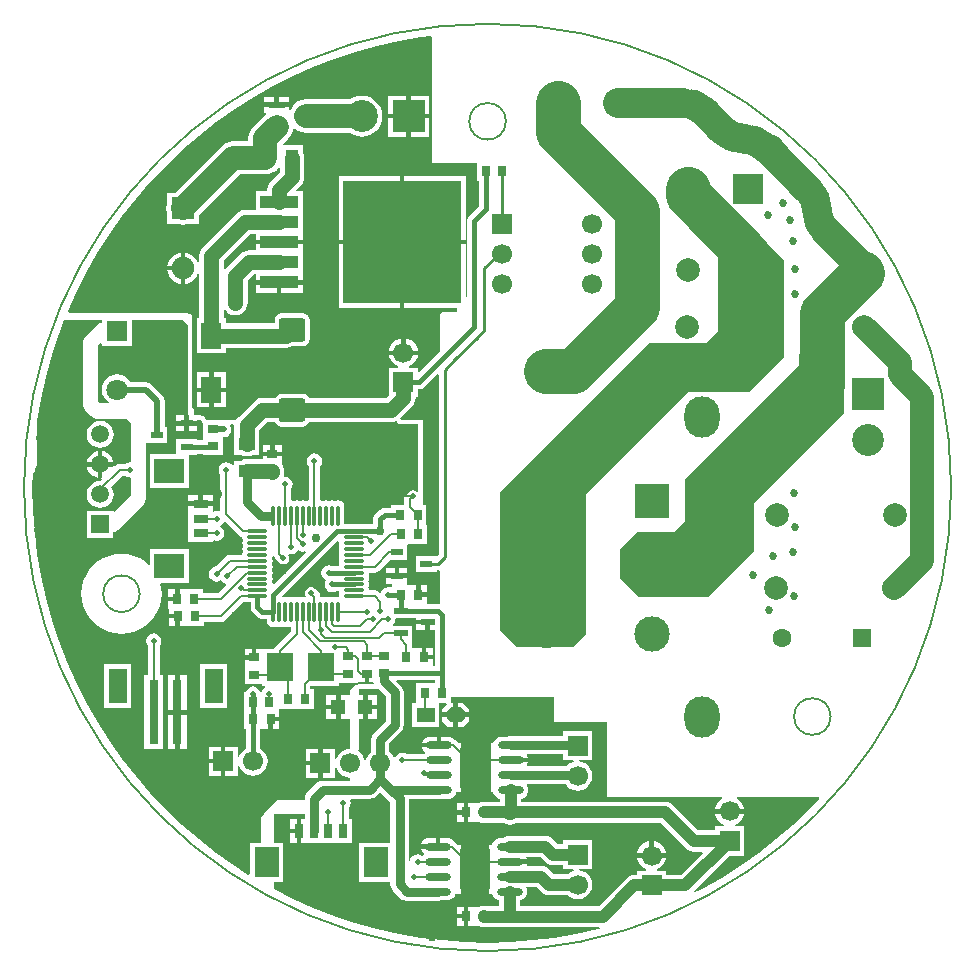
<source format=gtl>
%FSLAX25Y25*%
%MOIN*%
G70*
G01*
G75*
G04 Layer_Physical_Order=1*
G04 Layer_Color=255*
%ADD10C,0.10000*%
%ADD11C,0.10000*%
%ADD12R,0.08661X0.09449*%
%ADD13R,0.09843X0.13386*%
%ADD14O,0.08661X0.02756*%
%ADD15R,0.06890X0.08661*%
%ADD16R,0.04724X0.01969*%
%ADD17R,0.04000X0.05500*%
%ADD18R,0.05906X0.11811*%
%ADD19R,0.03150X0.21654*%
%ADD20R,0.06000X0.05000*%
G04:AMPARAMS|DCode=21|XSize=60mil|YSize=50mil|CornerRadius=0mil|HoleSize=0mil|Usage=FLASHONLY|Rotation=0.000|XOffset=0mil|YOffset=0mil|HoleType=Round|Shape=Octagon|*
%AMOCTAGOND21*
4,1,8,0.03000,-0.01250,0.03000,0.01250,0.01750,0.02500,-0.01750,0.02500,-0.03000,0.01250,-0.03000,-0.01250,-0.01750,-0.02500,0.01750,-0.02500,0.03000,-0.01250,0.0*
%
%ADD21OCTAGOND21*%

%ADD22R,0.03150X0.03543*%
%ADD23R,0.03543X0.03150*%
%ADD24R,0.05000X0.05000*%
%ADD25R,0.05512X0.02362*%
%ADD26R,0.39370X0.41142*%
%ADD27R,0.12598X0.04134*%
%ADD28R,0.05500X0.04000*%
%ADD29O,0.07087X0.01100*%
%ADD30O,0.01100X0.07087*%
%ADD31R,0.08268X0.09843*%
%ADD32R,0.03150X0.05118*%
G04:AMPARAMS|DCode=33|XSize=78.74mil|YSize=86.61mil|CornerRadius=7.87mil|HoleSize=0mil|Usage=FLASHONLY|Rotation=90.000|XOffset=0mil|YOffset=0mil|HoleType=Round|Shape=RoundedRectangle|*
%AMROUNDEDRECTD33*
21,1,0.07874,0.07087,0,0,90.0*
21,1,0.06299,0.08661,0,0,90.0*
1,1,0.01575,0.03543,0.03150*
1,1,0.01575,0.03543,-0.03150*
1,1,0.01575,-0.03543,-0.03150*
1,1,0.01575,-0.03543,0.03150*
%
%ADD33ROUNDEDRECTD33*%
%ADD34R,0.09843X0.08268*%
%ADD35R,0.05118X0.03150*%
%ADD36R,0.03937X0.02362*%
%ADD37R,0.02756X0.03347*%
%ADD38R,0.03347X0.02756*%
%ADD39C,0.00800*%
%ADD40C,0.08000*%
%ADD41C,0.15000*%
%ADD42C,0.03000*%
%ADD43C,0.01500*%
%ADD44C,0.05000*%
%ADD45C,0.02000*%
%ADD46C,0.04000*%
%ADD47C,0.01000*%
%ADD48R,0.09600X0.18400*%
%ADD49R,0.09900X0.21000*%
%ADD50C,0.00500*%
%ADD51C,0.00025*%
%ADD52C,0.05906*%
%ADD53R,0.05906X0.05906*%
%ADD54C,0.07874*%
%ADD55O,0.11811X0.13780*%
%ADD56C,0.06693*%
%ADD57R,0.06693X0.06693*%
%ADD58R,0.07480X0.07480*%
%ADD59C,0.07480*%
%ADD60R,0.06299X0.06299*%
%ADD61C,0.06299*%
%ADD62C,0.09843*%
%ADD63R,0.06693X0.06693*%
%ADD64R,0.09843X0.09843*%
%ADD65C,0.10630*%
%ADD66R,0.10630X0.10630*%
%ADD67R,0.10630X0.10630*%
%ADD68R,0.07087X0.07087*%
%ADD69C,0.07087*%
%ADD70R,0.11811X0.11811*%
%ADD71C,0.11811*%
%ADD72C,0.03000*%
%ADD73C,0.02700*%
%ADD74C,0.04000*%
%ADD75C,0.02000*%
%ADD76C,0.05000*%
G36*
X53325Y14245D02*
X54300Y14051D01*
X55211Y14232D01*
X55447Y13791D01*
X44785Y3129D01*
X44306Y3274D01*
X44179Y3910D01*
X44056Y4095D01*
X44179Y4279D01*
X44339Y5079D01*
X44179Y5879D01*
X44056Y6063D01*
X44179Y6247D01*
X44339Y7047D01*
X44179Y7847D01*
X44056Y8032D01*
X44179Y8216D01*
X44339Y9016D01*
X44179Y9816D01*
X44056Y10000D01*
X44179Y10184D01*
X44339Y10984D01*
X44179Y11784D01*
X44056Y11969D01*
X44179Y12153D01*
X44216Y12338D01*
X44707Y12435D01*
X45072Y11888D01*
X46530Y10430D01*
X47159Y10010D01*
X47900Y9863D01*
X48641Y10010D01*
X49270Y10430D01*
X49690Y11059D01*
X49837Y11800D01*
X49690Y12541D01*
X49461Y12884D01*
X49739Y13300D01*
X50379Y13172D01*
X51354Y13366D01*
X52181Y13919D01*
X52685Y14673D01*
X53325Y14245D01*
D02*
G37*
G36*
X15971Y89729D02*
Y62151D01*
X16000Y62003D01*
Y61852D01*
X16028Y61713D01*
X16085Y61574D01*
X16087Y61565D01*
X16092Y61558D01*
X16133Y61458D01*
X16200Y61297D01*
Y59500D01*
X16200Y59500D01*
X16200Y59500D01*
X16182Y59455D01*
X16350D01*
Y57524D01*
X19069D01*
Y57800D01*
X20510D01*
X20526Y57719D01*
X20527Y57719D01*
Y57719D01*
X20628Y57473D01*
X20640Y57415D01*
X20673Y57365D01*
X20755Y57168D01*
X20755Y57168D01*
X20755Y57168D01*
X20906Y57017D01*
X20971Y56919D01*
X21070Y56853D01*
X21177Y56746D01*
X21177Y56746D01*
X21177Y56746D01*
X21204Y56728D01*
X21228Y56718D01*
Y52319D01*
X21228D01*
Y51194D01*
X19069D01*
Y51581D01*
X12132D01*
Y46434D01*
X3479D01*
Y35166D01*
X16321D01*
Y46219D01*
X19069D01*
Y46606D01*
X21228D01*
Y46169D01*
X27772D01*
Y51681D01*
X27772D01*
Y52207D01*
X27956D01*
X28931Y52401D01*
X29758Y52953D01*
X30311Y53781D01*
X30505Y54756D01*
X30311Y55731D01*
X30112Y56030D01*
X30347Y56471D01*
X31248D01*
X31578Y56095D01*
X31565Y56000D01*
X31565Y56000D01*
Y53400D01*
X31350D01*
Y46400D01*
X33597D01*
X34556Y46003D01*
X35600Y45865D01*
X36644Y46003D01*
X37603Y46400D01*
X39850D01*
Y53400D01*
X39634D01*
Y54329D01*
X42485Y57180D01*
X45101D01*
X45102Y57172D01*
X45608Y56415D01*
X46364Y55910D01*
X47257Y55732D01*
X54343D01*
X55236Y55910D01*
X55992Y56415D01*
X56498Y57172D01*
X56499Y57180D01*
X83914D01*
X83914Y57180D01*
X84958Y57317D01*
X85194Y57415D01*
X85646Y57415D01*
Y57415D01*
X85646Y57415D01*
X85757Y57248D01*
X85978Y56919D01*
X85978Y56919D01*
X85978Y56919D01*
X86307Y56699D01*
X86474Y56587D01*
X86474D01*
X86474Y56587D01*
X86826Y56517D01*
X87059Y56471D01*
X92782D01*
Y34291D01*
X92341Y34056D01*
X91841Y34390D01*
X91100Y34537D01*
X90359Y34390D01*
X89730Y33970D01*
X88630Y32870D01*
X88210Y32241D01*
X88063Y31500D01*
Y29573D01*
X83822D01*
Y28694D01*
X81600D01*
X80722Y28519D01*
X79978Y28022D01*
X78478Y26522D01*
X77981Y25778D01*
X77806Y24900D01*
Y23121D01*
X68217D01*
Y29038D01*
X68058Y29838D01*
X67605Y30516D01*
X66927Y30969D01*
X66127Y31128D01*
X65327Y30969D01*
X65143Y30846D01*
X64958Y30969D01*
X64158Y31128D01*
X63358Y30969D01*
X63174Y30846D01*
X62990Y30969D01*
X62190Y31128D01*
X61390Y30969D01*
X61206Y30846D01*
X61021Y30969D01*
X60221Y31128D01*
X60190Y31154D01*
Y42599D01*
X60608Y43224D01*
X60802Y44200D01*
X60608Y45175D01*
X60055Y46002D01*
X59228Y46555D01*
X58253Y46749D01*
X57277Y46555D01*
X56450Y46002D01*
X55898Y45175D01*
X55704Y44200D01*
X55898Y43224D01*
X56315Y42599D01*
Y31154D01*
X56284Y31128D01*
X55484Y30969D01*
X55300Y30846D01*
X55116Y30969D01*
X54316Y31128D01*
X53516Y30969D01*
X53332Y30846D01*
X53147Y30969D01*
X52347Y31128D01*
X51547Y30969D01*
X51363Y30846D01*
X51179Y30969D01*
X50379Y31128D01*
X50348Y31154D01*
Y33590D01*
X50337Y33641D01*
Y34814D01*
X50755Y35440D01*
X50949Y36415D01*
X50755Y37390D01*
X50202Y38217D01*
X49376Y38770D01*
X48400Y38964D01*
X48278Y38940D01*
X47960Y39326D01*
X48097Y39656D01*
X48235Y40700D01*
X48097Y41744D01*
X47694Y42717D01*
X47373Y43135D01*
Y43578D01*
D01*
Y43578D01*
X47373Y43578D01*
Y43728D01*
X47373D01*
Y45856D01*
X41027D01*
Y44934D01*
X35600D01*
X34556Y44797D01*
X33597Y44400D01*
X31350D01*
Y42968D01*
X30871Y42823D01*
X30661Y43139D01*
X29833Y43691D01*
X28858Y43885D01*
X27883Y43691D01*
X27056Y43139D01*
X26503Y42312D01*
X26309Y41336D01*
X26503Y40361D01*
X26921Y39736D01*
Y27803D01*
X26534Y27486D01*
X25821Y27628D01*
X24846Y27434D01*
X24800Y27403D01*
X24359Y27639D01*
Y29250D01*
X16241D01*
Y26925D01*
Y22004D01*
Y17083D01*
X24359D01*
Y17470D01*
X24746Y17787D01*
X25642Y17608D01*
X26618Y17803D01*
X27445Y18355D01*
X27997Y19182D01*
X28192Y20157D01*
X27997Y21133D01*
X27445Y21960D01*
X26618Y22512D01*
X26797Y22724D01*
Y22724D01*
X27624Y23276D01*
X28071Y23946D01*
X28569Y23995D01*
X33107Y19457D01*
X33735Y19037D01*
X34189Y18947D01*
X34172Y18858D01*
X34331Y18058D01*
X34454Y17874D01*
X34331Y17690D01*
X34172Y16890D01*
X34331Y16090D01*
X34454Y15905D01*
X34331Y15721D01*
X34172Y14921D01*
X34331Y14121D01*
X34454Y13937D01*
X34331Y13753D01*
X34172Y12953D01*
X34146Y12922D01*
X29984D01*
X29243Y12774D01*
X28614Y12354D01*
X25362Y9102D01*
X24624Y8955D01*
X23798Y8402D01*
X23245Y7575D01*
X23051Y6600D01*
X23245Y5624D01*
X23798Y4798D01*
X24624Y4245D01*
X25600Y4051D01*
X26575Y4245D01*
X27029Y4549D01*
X27398Y3998D01*
X28225Y3445D01*
X28689Y3353D01*
X28835Y2874D01*
X26198Y237D01*
X21131D01*
Y1572D01*
X15619D01*
Y1572D01*
X13294D01*
Y-1701D01*
X12545D01*
Y-2450D01*
X9469D01*
Y-4972D01*
X9717D01*
Y-6750D01*
X12596D01*
Y-7499D01*
X13344D01*
Y-10673D01*
X15472D01*
Y-10673D01*
X15472D01*
X15472Y-10673D01*
X15622D01*
Y-10673D01*
X21378D01*
Y-9437D01*
X27200D01*
X27941Y-9290D01*
X28570Y-8870D01*
X34676Y-2764D01*
X35493D01*
X36262Y-2917D01*
X36961D01*
Y-4555D01*
X37136Y-5433D01*
X37633Y-6177D01*
X39123Y-7667D01*
X39867Y-8164D01*
X40745Y-8339D01*
X42383D01*
Y-9038D01*
X42542Y-9838D01*
X42995Y-10516D01*
X43673Y-10969D01*
X44473Y-11128D01*
X45273Y-10969D01*
X45458Y-10846D01*
X45642Y-10969D01*
X46442Y-11128D01*
X47242Y-10969D01*
X47426Y-10846D01*
X47610Y-10969D01*
X48410Y-11128D01*
X49210Y-10969D01*
X49395Y-10846D01*
X49579Y-10969D01*
X50379Y-11128D01*
X50410Y-11154D01*
Y-12550D01*
X45340Y-17620D01*
X44921Y-18248D01*
X44915Y-18276D01*
X40879D01*
Y-18322D01*
X38850D01*
Y-21201D01*
X38101D01*
Y-21950D01*
X34927D01*
Y-24078D01*
X34927Y-24078D01*
X34927Y-24228D01*
X34927D01*
Y-29983D01*
X40879D01*
Y-30724D01*
X41833D01*
X41978Y-31203D01*
X41453Y-31554D01*
X40901Y-32381D01*
X40812Y-32828D01*
X40168D01*
X40099Y-32480D01*
X39546Y-31653D01*
X38719Y-31101D01*
X37744Y-30907D01*
X36769Y-31101D01*
X35942Y-31653D01*
X35389Y-32480D01*
X35320Y-32828D01*
X34669D01*
Y-39372D01*
X34822D01*
Y-44973D01*
X35450D01*
Y-51528D01*
X35356Y-51567D01*
X34343Y-52343D01*
X33567Y-53356D01*
X33137Y-54394D01*
X32646Y-54296D01*
Y-50954D01*
X28550D01*
Y-55801D01*
Y-60646D01*
X32646D01*
Y-57304D01*
X33137Y-57206D01*
X33567Y-58244D01*
X34343Y-59257D01*
X35356Y-60033D01*
X36535Y-60522D01*
X37800Y-60688D01*
X39065Y-60522D01*
X40244Y-60033D01*
X41256Y-59257D01*
X42033Y-58244D01*
X42522Y-57065D01*
X42688Y-55800D01*
X42522Y-54535D01*
X42033Y-53356D01*
X41256Y-52343D01*
X40244Y-51567D01*
X40038Y-51481D01*
Y-44973D01*
X40578D01*
Y-44973D01*
X40578D01*
X40578Y-44973D01*
X40728D01*
Y-44973D01*
X42856D01*
Y-41799D01*
X43604D01*
Y-41050D01*
X46483D01*
Y-38627D01*
X46483D01*
Y-38372D01*
X46684Y-38372D01*
X46684Y-38372D01*
Y-38372D01*
X51881D01*
Y-38372D01*
X58031D01*
Y-31828D01*
X56893D01*
Y-30836D01*
X57005Y-30724D01*
X66321D01*
Y-29684D01*
X66327D01*
X66327Y-29684D01*
X66327Y-29684D01*
X72673D01*
Y-29578D01*
X75085D01*
Y-26699D01*
X76585D01*
Y-29578D01*
X77737D01*
X77996Y-29805D01*
X78048Y-30068D01*
X77802Y-30171D01*
X73000D01*
X72415Y-30287D01*
X72096Y-30500D01*
X71700D01*
X70500Y-31700D01*
X70000Y-32200D01*
Y-33700D01*
X66950D01*
Y-37701D01*
Y-41700D01*
X70000D01*
Y-51638D01*
X68935Y-51778D01*
X67756Y-52267D01*
X66743Y-53044D01*
X65967Y-54056D01*
X65537Y-55093D01*
X65046Y-54996D01*
Y-51654D01*
X60950D01*
Y-56501D01*
Y-61347D01*
X65046D01*
Y-58004D01*
X65537Y-57907D01*
X65967Y-58944D01*
X66743Y-59957D01*
X67756Y-60733D01*
X68935Y-61222D01*
X70000Y-61362D01*
Y-62274D01*
X61000D01*
X61000Y-62274D01*
X60308Y-62365D01*
X60217Y-62377D01*
X59487Y-62679D01*
X58860Y-63160D01*
X55845Y-66175D01*
X55365Y-66802D01*
X55062Y-67532D01*
X54959Y-68315D01*
Y-68900D01*
X45900D01*
X41500Y-73300D01*
X40400Y-74400D01*
Y-81600D01*
Y-83079D01*
X36630D01*
Y-93381D01*
X36192Y-93622D01*
X31640Y-90739D01*
X25550Y-86450D01*
X19678Y-81868D01*
X14039Y-77003D01*
X8644Y-71867D01*
X3509Y-66473D01*
X-1356Y-60833D01*
X-5938Y-54962D01*
X-10227Y-48872D01*
X-14212Y-42580D01*
X-17883Y-36099D01*
X-21232Y-29447D01*
X-24250Y-22637D01*
X-26930Y-15688D01*
X-29267Y-8616D01*
X-31253Y-1438D01*
X-32885Y5829D01*
X-34158Y13167D01*
X-35070Y20559D01*
X-35618Y27987D01*
X-35801Y35433D01*
X-35686Y40114D01*
X-34400Y41400D01*
Y55740D01*
X-34158Y57699D01*
X-32885Y65037D01*
X-31253Y72304D01*
X-29267Y79483D01*
X-26930Y86555D01*
X-25139Y91200D01*
X-12543D01*
Y90274D01*
X-13433Y90097D01*
X-14260Y89545D01*
X-18102Y85702D01*
X-18655Y84876D01*
X-18849Y83900D01*
Y62900D01*
X-18655Y61924D01*
X-18102Y61098D01*
X-16102Y59098D01*
X-15276Y58545D01*
X-14300Y58351D01*
X-4556D01*
X-3049Y56844D01*
Y44091D01*
X-3300Y43885D01*
X-4276Y43691D01*
X-4901Y43273D01*
X-6700D01*
X-7441Y43126D01*
X-8070Y42706D01*
X-8315Y42460D01*
X-8764Y42681D01*
X-8807Y42350D01*
X-12450D01*
Y38707D01*
X-12781Y38664D01*
X-12560Y38216D01*
X-13186Y37589D01*
X-13200Y37591D01*
X-14362Y37438D01*
X-15446Y36990D01*
X-16376Y36276D01*
X-17089Y35346D01*
X-17538Y34262D01*
X-17691Y33100D01*
X-17538Y31938D01*
X-17089Y30854D01*
X-16376Y29924D01*
X-15446Y29210D01*
X-14362Y28762D01*
X-13200Y28609D01*
X-12038Y28762D01*
X-10954Y29210D01*
X-10024Y29924D01*
X-9311Y30854D01*
X-8862Y31938D01*
X-8709Y33100D01*
X-8862Y34262D01*
X-9311Y35346D01*
X-9589Y35708D01*
X-5898Y39399D01*
X-4901D01*
X-4276Y38981D01*
X-3300Y38787D01*
X-3049Y38581D01*
Y34500D01*
Y32756D01*
X-8397Y27408D01*
X-8747Y27553D01*
Y27553D01*
X-8747Y27553D01*
X-17653D01*
Y18647D01*
X-8747D01*
Y20621D01*
X-8125Y20745D01*
X-7298Y21298D01*
X700Y29295D01*
X1302Y29698D01*
X1855Y30525D01*
X2049Y31500D01*
Y31700D01*
Y34500D01*
Y50156D01*
X2289D01*
Y50156D01*
X9226D01*
Y55518D01*
X8307D01*
Y64342D01*
X8112Y65318D01*
X7560Y66145D01*
X3845Y69860D01*
X3018Y70412D01*
X2042Y70606D01*
X-3099D01*
X-3903Y71654D01*
X-4957Y72463D01*
X-6183Y72971D01*
X-7500Y73144D01*
X-8817Y72971D01*
X-10043Y72463D01*
X-11097Y71654D01*
X-11905Y70601D01*
X-12414Y69374D01*
X-12587Y68058D01*
X-12414Y66741D01*
X-11905Y65514D01*
X-11097Y64461D01*
X-10396Y63923D01*
X-10556Y63449D01*
X-13244D01*
X-13751Y63956D01*
Y82844D01*
X-13005Y83590D01*
X-12543Y83399D01*
Y82699D01*
X-2457D01*
Y91200D01*
X14500D01*
X15971Y89729D01*
D02*
G37*
G36*
X66316Y17167D02*
X66261Y16890D01*
X66421Y16090D01*
X66544Y15905D01*
X66421Y15721D01*
X66261Y14921D01*
X66421Y14121D01*
X66544Y13937D01*
X66421Y13753D01*
X66261Y12953D01*
X66421Y12153D01*
X66544Y11969D01*
X66421Y11784D01*
X66261Y10984D01*
X66421Y10184D01*
X66544Y10000D01*
X66421Y9816D01*
X66326Y9341D01*
X64096D01*
X64075Y9355D01*
X63100Y9549D01*
X62125Y9355D01*
X61298Y8802D01*
X60745Y7975D01*
X60551Y7000D01*
X60745Y6024D01*
X61298Y5198D01*
X62125Y4645D01*
X62163Y4552D01*
X61845Y4075D01*
X61651Y3100D01*
X61845Y2125D01*
X62398Y1298D01*
X63225Y745D01*
X64200Y551D01*
X65175Y745D01*
X65282Y816D01*
X66326D01*
X66421Y342D01*
X66544Y158D01*
X66421Y-27D01*
X66261Y-827D01*
X66127Y-961D01*
X65327Y-1120D01*
X65143Y-1244D01*
X64958Y-1120D01*
X64158Y-961D01*
X63358Y-1120D01*
X63174Y-1244D01*
X62990Y-1120D01*
X62190Y-961D01*
X61390Y-1120D01*
X61206Y-1244D01*
X61021Y-1120D01*
X60221Y-961D01*
D01*
X60190Y-953D01*
X60043Y-211D01*
X59623Y417D01*
X58370Y1670D01*
X57741Y2090D01*
X57000Y2237D01*
X56259Y2090D01*
X55630Y1670D01*
X55210Y1041D01*
X55063Y300D01*
X55210Y-441D01*
X55385Y-703D01*
X55107Y-1119D01*
X54316Y-961D01*
X53516Y-1120D01*
X53332Y-1244D01*
X53147Y-1120D01*
X52347Y-961D01*
X51547Y-1120D01*
X51363Y-1244D01*
X51179Y-1120D01*
X50379Y-961D01*
X49579Y-1120D01*
X49395Y-1244D01*
X49210Y-1120D01*
X48410Y-961D01*
X47723Y-1098D01*
X47487Y-657D01*
X64960Y16816D01*
X65901Y17444D01*
X66316Y17167D01*
D02*
G37*
G36*
X97498Y185630D02*
Y153900D01*
Y143800D01*
X97703Y143600D01*
X112269D01*
Y137628D01*
X113050D01*
Y129194D01*
X109878Y126022D01*
X109380Y125278D01*
X109206Y124400D01*
Y98900D01*
X108685D01*
Y116450D01*
X88250D01*
Y95129D01*
X105829D01*
Y94000D01*
X100890D01*
X100202Y93331D01*
Y80746D01*
X93208Y73753D01*
X92747Y73944D01*
Y75325D01*
X89784D01*
X89687Y75816D01*
X90344Y76088D01*
X91356Y76865D01*
X92133Y77877D01*
X92622Y79056D01*
X92690Y79571D01*
X83110D01*
X83178Y79056D01*
X83667Y77877D01*
X84443Y76865D01*
X85456Y76088D01*
X86113Y75816D01*
X86016Y75325D01*
X83053D01*
Y66059D01*
X82243Y65249D01*
X56499D01*
X56498Y65256D01*
X55992Y66013D01*
X55236Y66518D01*
X54343Y66696D01*
X47257D01*
X46364Y66518D01*
X45608Y66013D01*
X45102Y65256D01*
X45101Y65249D01*
X40814D01*
X40814Y65249D01*
X39770Y65111D01*
X38797Y64708D01*
X37961Y64067D01*
X37961Y64067D01*
X32947Y59053D01*
X32947Y59053D01*
X32747Y58853D01*
X32106Y58017D01*
X32099Y58000D01*
X22053D01*
X22026Y58018D01*
X21991Y58198D01*
X21933Y58337D01*
X21903Y58485D01*
X21820Y58610D01*
X21762Y58750D01*
X21656Y58856D01*
X21572Y58981D01*
X21447Y59065D01*
X21340Y59172D01*
X21201Y59229D01*
X21076Y59313D01*
X20928Y59342D01*
X20789Y59400D01*
X20638D01*
X20491Y59429D01*
X19100D01*
X19100D01*
D01*
X19100Y59429D01*
X19069Y59455D01*
Y59455D01*
X18129D01*
Y60797D01*
X18100Y60945D01*
Y61096D01*
X18042Y61235D01*
X18013Y61383D01*
X17929Y61508D01*
X17872Y61647D01*
X17765Y61753D01*
X17681Y61879D01*
X17564Y61957D01*
X17528Y62011D01*
X17500Y62151D01*
Y92000D01*
X17384Y92585D01*
X17052Y93081D01*
X16556Y93413D01*
X15971Y93529D01*
X11570D01*
Y93700D01*
X-23704D01*
X-23977Y94119D01*
X-21232Y100313D01*
X-17883Y106965D01*
X-14212Y113446D01*
X-10227Y119738D01*
X-5938Y125828D01*
X-1356Y131700D01*
X3509Y137339D01*
X8644Y142734D01*
X14039Y147869D01*
X19678Y152734D01*
X25550Y157316D01*
X31640Y161605D01*
X37932Y165590D01*
X44412Y169261D01*
X51065Y172610D01*
X57874Y175628D01*
X64823Y178308D01*
X71895Y180645D01*
X79074Y182631D01*
X86341Y184263D01*
X93679Y185536D01*
X97123Y185961D01*
X97498Y185630D01*
D02*
G37*
G36*
X141154Y-55546D02*
X144496D01*
X144593Y-56037D01*
X143556Y-56467D01*
X142543Y-57244D01*
X142367Y-57474D01*
X129231D01*
X129010Y-57026D01*
X129067Y-56951D01*
X129357Y-56251D01*
X129357Y-56250D01*
X123599D01*
Y-54750D01*
X129357D01*
X129357Y-54749D01*
X129067Y-54049D01*
X129010Y-53974D01*
X129231Y-53526D01*
X141154D01*
Y-55546D01*
D02*
G37*
G36*
X99661Y73063D02*
Y13245D01*
X99046Y12630D01*
X99011Y12644D01*
Y12644D01*
X99011Y12644D01*
X92074D01*
Y7282D01*
X99011D01*
Y7924D01*
X99263D01*
X99815Y8034D01*
X100202Y7717D01*
Y-3219D01*
X99815Y-3536D01*
X99460Y-3466D01*
X95784D01*
Y-1050D01*
X92905D01*
Y-301D01*
X92155D01*
Y2873D01*
X90028D01*
D01*
D01*
X90028Y2873D01*
X89878D01*
Y2873D01*
X89169D01*
Y3345D01*
X89169D01*
Y5276D01*
X82231D01*
Y3345D01*
X84122D01*
Y2873D01*
X84122D01*
Y2424D01*
X84087Y2371D01*
X83736Y2083D01*
X82900Y2249D01*
X81924Y2055D01*
X81098Y1502D01*
X80545Y675D01*
X80502Y461D01*
X80024Y316D01*
X79797Y543D01*
X79168Y963D01*
X78427Y1110D01*
X76454D01*
X76428Y1142D01*
X76269Y1942D01*
X76146Y2126D01*
X76269Y2310D01*
X76428Y3110D01*
X76269Y3910D01*
X76146Y4095D01*
X76269Y4279D01*
X76428Y5079D01*
X76269Y5879D01*
X76146Y6063D01*
X76269Y6247D01*
X76428Y7047D01*
X76454Y7079D01*
X78316D01*
X79057Y7226D01*
X79686Y7646D01*
X79686Y7646D01*
X79686Y7646D01*
X83258Y11219D01*
X89169D01*
Y16175D01*
X89522Y16528D01*
X89581D01*
Y16528D01*
X95731D01*
Y23072D01*
X95483D01*
Y23227D01*
X95483D01*
Y29573D01*
X94311D01*
Y58000D01*
X87059D01*
X86868Y58462D01*
X90753Y62347D01*
X90753Y62347D01*
X91116Y62820D01*
X91394Y63183D01*
X91797Y64156D01*
X91935Y65200D01*
Y65632D01*
X92747D01*
Y68185D01*
X93179D01*
X94057Y68359D01*
X94801Y68857D01*
X99199Y73255D01*
X99661Y73063D01*
D02*
G37*
G36*
X98362Y-29828D02*
X98219D01*
Y-29828D01*
X92069D01*
Y-36300D01*
X90800D01*
Y-44300D01*
X99800D01*
Y-36372D01*
X102075D01*
X102266Y-36834D01*
X100800Y-38300D01*
Y-39550D01*
X104550D01*
Y-36300D01*
X103731D01*
Y-34500D01*
X137995D01*
Y-42300D01*
X138406Y-42700D01*
X155673D01*
Y-67900D01*
X193958D01*
X194119Y-68374D01*
X193143Y-69122D01*
X192367Y-70135D01*
X191878Y-71314D01*
X191811Y-71829D01*
X201390D01*
X201322Y-71314D01*
X200833Y-70135D01*
X200057Y-69122D01*
X199044Y-68345D01*
X199133Y-67900D01*
X226388D01*
X226585Y-68360D01*
X223245Y-71867D01*
X217851Y-77003D01*
X212211Y-81868D01*
X206340Y-86450D01*
X200250Y-90739D01*
X193958Y-94724D01*
X187477Y-98395D01*
X185141Y-99571D01*
X184848Y-99165D01*
X196746Y-87268D01*
X201447D01*
Y-77575D01*
X198484D01*
X198387Y-77084D01*
X199044Y-76812D01*
X200057Y-76035D01*
X200833Y-75023D01*
X201322Y-73844D01*
X201390Y-73329D01*
X191811D01*
X191878Y-73844D01*
X192367Y-75023D01*
X193143Y-76035D01*
X194156Y-76812D01*
X194813Y-77084D01*
X194716Y-77575D01*
X191753D01*
Y-78891D01*
X186083D01*
X177596Y-70404D01*
X176865Y-69843D01*
X176014Y-69490D01*
X175100Y-69370D01*
X127130D01*
Y-68327D01*
X127304Y-68304D01*
X128004Y-68014D01*
X128605Y-67553D01*
X129067Y-66951D01*
X129357Y-66251D01*
X129455Y-65500D01*
X129357Y-64749D01*
X129067Y-64049D01*
X129010Y-63974D01*
X129231Y-63526D01*
X142060D01*
X142543Y-64157D01*
X143556Y-64933D01*
X144735Y-65422D01*
X146000Y-65588D01*
X147265Y-65422D01*
X148444Y-64933D01*
X149457Y-64157D01*
X150233Y-63144D01*
X150722Y-61965D01*
X150888Y-60700D01*
X150722Y-59435D01*
X150233Y-58256D01*
X149457Y-57244D01*
X148444Y-56467D01*
X147265Y-55978D01*
X146000Y-55812D01*
X146265Y-55546D01*
X150847D01*
Y-45854D01*
X141154D01*
Y-47474D01*
X123600D01*
X122817Y-47577D01*
X122768Y-47597D01*
X120647D01*
X119896Y-47696D01*
X119196Y-47986D01*
X118595Y-48447D01*
X118133Y-49049D01*
X117843Y-49749D01*
X117836Y-49807D01*
X112650D01*
Y-58001D01*
Y-66193D01*
X117836D01*
X117843Y-66251D01*
X118133Y-66951D01*
X118595Y-67553D01*
X119196Y-68014D01*
X119896Y-68304D01*
X120070Y-68327D01*
Y-69370D01*
X114700D01*
X113786Y-69490D01*
X113215Y-69727D01*
X111822D01*
D01*
D01*
X111822Y-69727D01*
X111672D01*
Y-69727D01*
X109545D01*
Y-72901D01*
Y-76073D01*
X111672D01*
Y-76073D01*
X111672D01*
X111672Y-76073D01*
X111822D01*
Y-76073D01*
X113215D01*
X113786Y-76310D01*
X114700Y-76430D01*
X121200D01*
X121283Y-76494D01*
X122256Y-76897D01*
X123300Y-77034D01*
X124344Y-76897D01*
X125317Y-76494D01*
X125400Y-76430D01*
X173638D01*
X182125Y-84917D01*
X182856Y-85479D01*
X183708Y-85831D01*
X184621Y-85952D01*
X187424D01*
X187615Y-86413D01*
X180438Y-93591D01*
X175446D01*
Y-92275D01*
X172484D01*
X172387Y-91784D01*
X173044Y-91512D01*
X174056Y-90735D01*
X174833Y-89723D01*
X175322Y-88544D01*
X175390Y-88029D01*
X165811D01*
X165878Y-88544D01*
X166367Y-89723D01*
X167143Y-90735D01*
X168156Y-91512D01*
X168813Y-91784D01*
X168716Y-92275D01*
X165753D01*
Y-93591D01*
X164919D01*
X164005Y-93711D01*
X163154Y-94064D01*
X162423Y-94625D01*
X152978Y-104070D01*
X126830D01*
Y-102127D01*
X127004Y-102104D01*
X127704Y-101814D01*
X128305Y-101353D01*
X128767Y-100751D01*
X129057Y-100051D01*
X129156Y-99300D01*
X129057Y-98549D01*
X128767Y-97849D01*
X128776Y-97830D01*
X132338D01*
X134004Y-99496D01*
X134735Y-100057D01*
X135586Y-100410D01*
X136500Y-100530D01*
X142640D01*
X143556Y-101233D01*
X144735Y-101722D01*
X146000Y-101888D01*
X147265Y-101722D01*
X148444Y-101233D01*
X149457Y-100457D01*
X150233Y-99444D01*
X150722Y-98265D01*
X150888Y-97000D01*
X150722Y-95735D01*
X150233Y-94556D01*
X149457Y-93543D01*
X148444Y-92767D01*
X147265Y-92278D01*
X146000Y-92112D01*
X146265Y-91847D01*
X150847D01*
Y-82154D01*
X141154D01*
Y-83470D01*
X139362D01*
X137696Y-81804D01*
X136965Y-81243D01*
X136114Y-80890D01*
X135200Y-80770D01*
X123300D01*
X122386Y-80890D01*
X121535Y-81243D01*
X121334Y-81397D01*
X120347D01*
X119596Y-81496D01*
X118896Y-81786D01*
X118295Y-82247D01*
X117833Y-82849D01*
X117543Y-83549D01*
X117536Y-83607D01*
X112350D01*
Y-91801D01*
Y-99993D01*
X117536D01*
X117543Y-100051D01*
X117833Y-100751D01*
X118295Y-101353D01*
X118896Y-101814D01*
X119596Y-102104D01*
X119770Y-102127D01*
Y-104070D01*
X115360D01*
X114600Y-103970D01*
X113686Y-104090D01*
X113115Y-104327D01*
X111722D01*
D01*
D01*
X111722Y-104327D01*
X111572D01*
Y-104327D01*
X109444D01*
Y-107501D01*
Y-110673D01*
X111572D01*
Y-110673D01*
X111572D01*
X111572Y-110673D01*
X111722D01*
Y-110673D01*
X112973D01*
X113786Y-111010D01*
X114700Y-111130D01*
X153252D01*
X153320Y-111626D01*
X152816Y-111765D01*
X145549Y-113397D01*
X138211Y-114670D01*
X130819Y-115582D01*
X123391Y-116130D01*
X115945Y-116313D01*
X108499Y-116130D01*
X101071Y-115582D01*
X93679Y-114670D01*
X86341Y-113397D01*
X79074Y-111765D01*
X71895Y-109778D01*
X64823Y-107442D01*
X57874Y-104762D01*
X51065Y-101743D01*
X44667Y-98523D01*
Y-95921D01*
X47898D01*
Y-83079D01*
X44667D01*
Y-73529D01*
X54959D01*
Y-75041D01*
X54910D01*
Y-75041D01*
X53814D01*
Y-79101D01*
Y-83159D01*
X56139D01*
Y-83159D01*
X59832D01*
Y-83159D01*
X70902D01*
Y-75041D01*
X69765D01*
Y-71328D01*
X70183Y-70703D01*
X70376Y-69728D01*
X70183Y-68752D01*
X70410Y-68326D01*
X76700D01*
X77483Y-68223D01*
X78213Y-67921D01*
X78840Y-67440D01*
X80200Y-66079D01*
X81760Y-67640D01*
X83574Y-69453D01*
Y-83079D01*
X72994D01*
Y-95921D01*
X83574D01*
Y-96900D01*
X83677Y-97683D01*
X83979Y-98413D01*
X84460Y-99040D01*
X86860Y-101440D01*
X87487Y-101920D01*
X88217Y-102223D01*
X89000Y-102326D01*
X99500D01*
X100283Y-102223D01*
X100331Y-102203D01*
X102453D01*
X103204Y-102104D01*
X103904Y-101814D01*
X104505Y-101353D01*
X104967Y-100751D01*
X105257Y-100051D01*
X105264Y-99993D01*
X110850D01*
Y-91801D01*
Y-83607D01*
X106147D01*
X105470Y-82930D01*
X104841Y-82510D01*
X104683Y-82479D01*
X104505Y-82247D01*
X103904Y-81786D01*
X103204Y-81496D01*
X102453Y-81397D01*
X100250D01*
Y-84301D01*
X99501D01*
Y-85050D01*
X93743D01*
X93743Y-85051D01*
X94033Y-85751D01*
X94495Y-86353D01*
X94752Y-86550D01*
Y-87050D01*
X94495Y-87247D01*
X94406Y-87363D01*
X94201D01*
X93576Y-86945D01*
X92600Y-86751D01*
X91624Y-86945D01*
X90798Y-87498D01*
X90245Y-88324D01*
X90123Y-88936D01*
X89626Y-88887D01*
Y-68526D01*
X99800D01*
X100583Y-68423D01*
X100631Y-68403D01*
X102753D01*
X103504Y-68304D01*
X104204Y-68014D01*
X104805Y-67553D01*
X105267Y-66951D01*
X105557Y-66251D01*
X105564Y-66193D01*
X111150D01*
Y-58001D01*
Y-49807D01*
X106447D01*
X105770Y-49130D01*
X105141Y-48710D01*
X104983Y-48679D01*
X104805Y-48447D01*
X104204Y-47986D01*
X103504Y-47696D01*
X102753Y-47597D01*
X100550D01*
Y-50501D01*
X99801D01*
Y-51250D01*
X94043D01*
X94043Y-51251D01*
X94333Y-51951D01*
X94795Y-52553D01*
X95052Y-52750D01*
Y-53250D01*
X94795Y-53448D01*
X94706Y-53563D01*
X89001D01*
X88376Y-53145D01*
X87400Y-52951D01*
X86424Y-53145D01*
X85598Y-53698D01*
X85082Y-54469D01*
X84584Y-54420D01*
X84433Y-54056D01*
X83657Y-53044D01*
X83226Y-52713D01*
Y-49853D01*
X87095Y-45984D01*
X87576Y-45357D01*
X87665Y-45143D01*
X87879Y-44627D01*
X87982Y-43844D01*
Y-34100D01*
Y-32756D01*
X87982Y-32756D01*
X87879Y-31973D01*
X87576Y-31243D01*
X87464Y-31097D01*
X87095Y-30616D01*
X87095Y-30616D01*
X85591Y-29112D01*
X85782Y-28650D01*
X98362D01*
Y-29828D01*
D02*
G37*
G36*
X135404Y-89496D02*
X136135Y-90057D01*
X136986Y-90410D01*
X137900Y-90530D01*
X141154D01*
Y-91847D01*
X144496D01*
X144593Y-92337D01*
X143556Y-92767D01*
X142640Y-93470D01*
X137962D01*
X136296Y-91804D01*
X135565Y-91243D01*
X134714Y-90890D01*
X133800Y-90770D01*
X129209D01*
X128931Y-90354D01*
X129057Y-90051D01*
X129057Y-90050D01*
X123299D01*
Y-88550D01*
X129057D01*
X129057Y-88549D01*
X128767Y-87849D01*
X128776Y-87830D01*
X133738D01*
X135404Y-89496D01*
D02*
G37*
G36*
X234900Y60200D02*
X204800Y30100D01*
Y14100D01*
X189700Y-1000D01*
X166500D01*
X160200Y5300D01*
Y15000D01*
X165900Y20700D01*
X178100D01*
X181800Y24400D01*
Y38200D01*
X219900Y76300D01*
Y79900D01*
X220800Y80800D01*
X221200D01*
X222800Y82400D01*
X234900D01*
Y60200D01*
D02*
G37*
G36*
X214800Y111100D02*
Y78800D01*
X203300Y67300D01*
X182700D01*
X148700Y33300D01*
Y-13500D01*
X144300Y-17900D01*
X125700D01*
X120200Y-12400D01*
Y34000D01*
X169800Y83600D01*
X188700D01*
X192800Y87700D01*
Y112300D01*
X183100Y122000D01*
X186200Y125100D01*
X200800D01*
X214800Y111100D01*
D02*
G37*
G36*
X81930Y-34009D02*
Y-34100D01*
Y-42591D01*
X78060Y-46460D01*
X77579Y-47087D01*
X77277Y-47817D01*
X77174Y-48600D01*
Y-52713D01*
X76744Y-53044D01*
X75967Y-54056D01*
X75478Y-55235D01*
X75450Y-55450D01*
X74950D01*
X74922Y-55235D01*
X74433Y-54056D01*
X73656Y-53044D01*
X72678Y-52293D01*
X72690Y-52274D01*
X72842Y-52076D01*
X72855Y-52027D01*
X72884Y-51985D01*
X72932Y-51741D01*
X72997Y-51500D01*
X72990Y-51450D01*
X73000Y-51400D01*
Y-41700D01*
X74450D01*
Y-37701D01*
Y-33700D01*
X73000D01*
Y-31700D01*
X79621D01*
X81930Y-34009D01*
D02*
G37*
G36*
X92138Y-8750D02*
X96001D01*
Y-9499D01*
X96750D01*
Y-11984D01*
X98362D01*
Y-24062D01*
X97684D01*
Y-21850D01*
X94805D01*
Y-21101D01*
X94055D01*
Y-17927D01*
X91928D01*
D01*
D01*
X91928Y-17927D01*
X91778D01*
Y-17927D01*
X90837D01*
Y-17000D01*
X90690Y-16259D01*
X90627Y-16165D01*
X90862Y-15724D01*
X90862D01*
X90862Y-15724D01*
Y-10756D01*
X84537D01*
X84391Y-10277D01*
X84502Y-10202D01*
X85055Y-9375D01*
X85249Y-8400D01*
X85377Y-8244D01*
X90862D01*
Y-8054D01*
X92138D01*
Y-8750D01*
D02*
G37*
%LPC*%
G36*
X15612Y-27184D02*
X13287D01*
Y-38761D01*
X15612D01*
Y-27184D01*
D02*
G37*
G36*
X11787D02*
X9462D01*
Y-38761D01*
X11787D01*
Y-27184D01*
D02*
G37*
G36*
X65450Y-38450D02*
X62200D01*
Y-41700D01*
X65450D01*
Y-38450D01*
D02*
G37*
G36*
X109800Y-41050D02*
X106050D01*
Y-44300D01*
X107800D01*
X109800Y-42300D01*
Y-41050D01*
D02*
G37*
G36*
X107800Y-36300D02*
X106050D01*
Y-39550D01*
X109800D01*
Y-38300D01*
X107800Y-36300D01*
D02*
G37*
G36*
X79200Y-38450D02*
X75950D01*
Y-41700D01*
X79200D01*
Y-38450D01*
D02*
G37*
G36*
Y-33700D02*
X75950D01*
Y-36950D01*
X79200D01*
Y-33700D01*
D02*
G37*
G36*
X37350Y-18322D02*
X34927D01*
Y-20450D01*
X37350D01*
Y-18322D01*
D02*
G37*
G36*
X97684Y-17927D02*
X95556D01*
Y-20350D01*
X97684D01*
Y-17927D01*
D02*
G37*
G36*
X-2947Y-23294D02*
X-11853D01*
Y-38105D01*
X-2947D01*
Y-23294D01*
D02*
G37*
G36*
X29053D02*
X20147D01*
Y-38105D01*
X29053D01*
Y-23294D01*
D02*
G37*
G36*
X65450Y-33700D02*
X62200D01*
Y-36950D01*
X65450D01*
Y-33700D01*
D02*
G37*
G36*
X52314Y-75041D02*
X49989D01*
Y-78350D01*
X52314D01*
Y-75041D01*
D02*
G37*
G36*
Y-79850D02*
X49989D01*
Y-83159D01*
X52314D01*
Y-79850D01*
D02*
G37*
G36*
X108045Y-69727D02*
X105917D01*
Y-72150D01*
X108045D01*
Y-69727D01*
D02*
G37*
G36*
Y-73650D02*
X105917D01*
Y-76073D01*
X108045D01*
Y-73650D01*
D02*
G37*
G36*
X98750Y-81397D02*
X96547D01*
X95796Y-81496D01*
X95096Y-81786D01*
X94495Y-82247D01*
X94033Y-82849D01*
X93743Y-83549D01*
X93743Y-83550D01*
X98750D01*
Y-81397D01*
D02*
G37*
G36*
X107945Y-104327D02*
X105816D01*
Y-106750D01*
X107945D01*
Y-104327D01*
D02*
G37*
G36*
Y-108250D02*
X105816D01*
Y-110673D01*
X107945D01*
Y-108250D01*
D02*
G37*
G36*
X171350Y-82489D02*
Y-86529D01*
X175390D01*
X175322Y-86014D01*
X174833Y-84835D01*
X174056Y-83822D01*
X173044Y-83045D01*
X171865Y-82557D01*
X171350Y-82489D01*
D02*
G37*
G36*
X169850D02*
X169335Y-82557D01*
X168156Y-83045D01*
X167143Y-83822D01*
X166367Y-84835D01*
X165878Y-86014D01*
X165811Y-86529D01*
X169850D01*
Y-82489D01*
D02*
G37*
G36*
X59450Y-57250D02*
X55353D01*
Y-61347D01*
X59450D01*
Y-57250D01*
D02*
G37*
G36*
X99050Y-47597D02*
X96847D01*
X96096Y-47696D01*
X95396Y-47986D01*
X94795Y-48447D01*
X94333Y-49049D01*
X94043Y-49749D01*
X94043Y-49750D01*
X99050D01*
Y-47597D01*
D02*
G37*
G36*
X15612Y-40261D02*
X13287D01*
Y-51838D01*
X15612D01*
Y-40261D01*
D02*
G37*
G36*
X104550Y-41050D02*
X100800D01*
Y-42300D01*
X102800Y-44300D01*
X104550D01*
Y-41050D01*
D02*
G37*
G36*
X46483Y-42550D02*
X44355D01*
Y-44973D01*
X46483D01*
Y-42550D01*
D02*
G37*
G36*
X11787Y-40261D02*
X9462D01*
Y-51838D01*
X11787D01*
Y-40261D01*
D02*
G37*
G36*
X59450Y-51654D02*
X55353D01*
Y-55750D01*
X59450D01*
Y-51654D01*
D02*
G37*
G36*
X27050Y-56550D02*
X22954D01*
Y-60646D01*
X27050D01*
Y-56550D01*
D02*
G37*
G36*
X4663Y-13188D02*
X3687Y-13382D01*
X2861Y-13935D01*
X2308Y-14762D01*
X2114Y-15737D01*
X2308Y-16713D01*
X2726Y-17338D01*
Y-27184D01*
X1588D01*
Y-51838D01*
X7738D01*
Y-27184D01*
X6600D01*
Y-17338D01*
X7018Y-16713D01*
X7212Y-15737D01*
X7018Y-14762D01*
X6465Y-13935D01*
X5638Y-13382D01*
X4663Y-13188D01*
D02*
G37*
G36*
X27050Y-50954D02*
X22954D01*
Y-55050D01*
X27050D01*
Y-50954D01*
D02*
G37*
G36*
X95250Y-10250D02*
X92138D01*
Y-11984D01*
X95250D01*
Y-10250D01*
D02*
G37*
G36*
X54299Y103064D02*
X47250D01*
Y100247D01*
X54299D01*
Y103064D01*
D02*
G37*
G36*
X45750D02*
X38701D01*
Y100247D01*
X45750D01*
Y103064D01*
D02*
G37*
G36*
X13650Y113687D02*
X13032Y113605D01*
X11757Y113077D01*
X10663Y112237D01*
X9823Y111143D01*
X9295Y109868D01*
X9213Y109250D01*
X13650D01*
Y113687D01*
D02*
G37*
G36*
Y107750D02*
X9213D01*
X9295Y107132D01*
X9823Y105857D01*
X10663Y104763D01*
X11757Y103923D01*
X13032Y103395D01*
X13650Y103313D01*
Y107750D01*
D02*
G37*
G36*
X86750Y116450D02*
X66315D01*
Y95129D01*
X86750D01*
Y116450D01*
D02*
G37*
G36*
X28845Y73776D02*
X24650D01*
Y68695D01*
X28845D01*
Y73776D01*
D02*
G37*
G36*
X23150D02*
X18955D01*
Y68695D01*
X23150D01*
Y73776D01*
D02*
G37*
G36*
X88650Y85111D02*
Y81071D01*
X92690D01*
X92622Y81586D01*
X92133Y82765D01*
X91356Y83778D01*
X90344Y84555D01*
X89165Y85043D01*
X88650Y85111D01*
D02*
G37*
G36*
X87150D02*
X86635Y85043D01*
X85456Y84555D01*
X84443Y83778D01*
X83667Y82765D01*
X83178Y81586D01*
X83110Y81071D01*
X87150D01*
Y85111D01*
D02*
G37*
G36*
X44850Y165721D02*
X41344D01*
Y163790D01*
X44850D01*
Y165721D01*
D02*
G37*
G36*
X96410Y166015D02*
X90345D01*
Y159950D01*
X96410D01*
Y166015D01*
D02*
G37*
G36*
X73995Y166048D02*
X72659Y165916D01*
X71375Y165527D01*
X70191Y164894D01*
X70012Y164748D01*
X56253D01*
X55497Y164847D01*
X54062Y164658D01*
X52723Y164104D01*
X51575Y163222D01*
X50693Y162073D01*
X50346Y161236D01*
X49856Y161334D01*
Y162290D01*
X41344D01*
Y160359D01*
X42042D01*
X42203Y159886D01*
X41677Y159483D01*
X37877Y155683D01*
X36996Y154534D01*
X36442Y153196D01*
X36252Y151760D01*
Y150847D01*
X31200D01*
X31200Y150847D01*
X29764Y150658D01*
X28818Y150267D01*
X28426Y150104D01*
X27277Y149223D01*
X11795Y133740D01*
X9160D01*
Y130221D01*
X9042Y129936D01*
X8852Y128500D01*
X9042Y127064D01*
X9160Y126779D01*
Y123260D01*
X12679D01*
X12964Y123142D01*
X14400Y122952D01*
X15836Y123142D01*
X16121Y123260D01*
X19640D01*
Y125895D01*
X33498Y139752D01*
X41800D01*
X43236Y139942D01*
X44574Y140496D01*
X45296Y141050D01*
X45300D01*
Y141053D01*
X45723Y141377D01*
X46292Y142119D01*
X46766Y141959D01*
Y140571D01*
X43647Y137453D01*
X43006Y136617D01*
X42603Y135644D01*
X42465Y134600D01*
X42465Y134600D01*
Y134153D01*
X38701D01*
Y127927D01*
X35093D01*
X35093Y127927D01*
X34049Y127790D01*
X33076Y127387D01*
X32240Y126746D01*
X32240Y126746D01*
X21047Y115553D01*
X20406Y114717D01*
X20003Y113744D01*
X19865Y112700D01*
X19865Y112700D01*
Y110280D01*
X19375Y110182D01*
X18977Y111143D01*
X18137Y112237D01*
X17043Y113077D01*
X15768Y113605D01*
X15150Y113687D01*
Y108499D01*
Y103313D01*
X15768Y103395D01*
X17043Y103923D01*
X18137Y104763D01*
X18977Y105857D01*
X19375Y106818D01*
X19865Y106720D01*
Y91886D01*
X18955D01*
Y80224D01*
X28845D01*
Y82021D01*
X48869D01*
X48869Y82021D01*
X49913Y82158D01*
X50749Y82504D01*
X54343D01*
X55236Y82682D01*
X55992Y83187D01*
X56498Y83944D01*
X56675Y84836D01*
Y91136D01*
X56498Y92028D01*
X55992Y92785D01*
X55236Y93290D01*
X54343Y93468D01*
X47257D01*
X46364Y93290D01*
X45608Y92785D01*
X45102Y92028D01*
X44925Y91136D01*
Y90090D01*
X28845D01*
Y91886D01*
X27935D01*
Y94587D01*
X28362Y94765D01*
X28408Y94780D01*
X29047Y93947D01*
X29883Y93306D01*
X30856Y92903D01*
X31900Y92765D01*
X32944Y92903D01*
X33917Y93306D01*
X34753Y93947D01*
X35394Y94783D01*
X35797Y95756D01*
X35934Y96800D01*
Y104329D01*
X38078Y106473D01*
X38701D01*
Y104564D01*
X54299D01*
Y106940D01*
Y113633D01*
Y116450D01*
X38701D01*
Y114542D01*
X36407D01*
X36407Y114542D01*
X35363Y114404D01*
X34390Y114001D01*
X33554Y113360D01*
X33554Y113360D01*
X29047Y108853D01*
X28408Y108020D01*
X28362Y108035D01*
X27935Y108213D01*
Y111029D01*
X36764Y119859D01*
X38701D01*
Y117950D01*
X54299D01*
Y120326D01*
Y127019D01*
Y134153D01*
X52412D01*
X52220Y134615D01*
X53653Y136047D01*
X53653Y136047D01*
X54016Y136520D01*
X54294Y136883D01*
X54697Y137856D01*
X54835Y138900D01*
Y145300D01*
X54697Y146344D01*
X54300Y147303D01*
Y149550D01*
X48089D01*
X47897Y150012D01*
X49523Y151637D01*
X50404Y152786D01*
X50958Y154124D01*
X51073Y154992D01*
X51572Y155375D01*
X51674Y155277D01*
X51674Y155277D01*
X52823Y154396D01*
X54161Y153842D01*
X55597Y153653D01*
X70012D01*
X70191Y153506D01*
X71375Y152873D01*
X72659Y152484D01*
X73995Y152352D01*
X75331Y152484D01*
X76616Y152873D01*
X77800Y153506D01*
X78838Y154358D01*
X79689Y155395D01*
X80322Y156579D01*
X80712Y157864D01*
X80843Y159200D01*
X80712Y160536D01*
X80322Y161821D01*
X79689Y163005D01*
X78838Y164042D01*
X77800Y164894D01*
X76616Y165527D01*
X75331Y165916D01*
X73995Y166048D01*
D02*
G37*
G36*
X49856Y165721D02*
X46350D01*
Y163790D01*
X49856D01*
Y165721D01*
D02*
G37*
G36*
X88845Y166015D02*
X82780D01*
Y159950D01*
X88845D01*
Y166015D01*
D02*
G37*
G36*
X108685Y139271D02*
X88250D01*
Y117950D01*
X108685D01*
Y139271D01*
D02*
G37*
G36*
X86750D02*
X66315D01*
Y117950D01*
X86750D01*
Y139271D01*
D02*
G37*
G36*
X96410Y158450D02*
X90345D01*
Y152385D01*
X96410D01*
Y158450D01*
D02*
G37*
G36*
X88845D02*
X82780D01*
Y152385D01*
X88845D01*
Y158450D01*
D02*
G37*
G36*
X28845Y67195D02*
X24650D01*
Y62114D01*
X28845D01*
Y67195D01*
D02*
G37*
G36*
X19550Y33075D02*
X16241D01*
Y30750D01*
X19550D01*
Y33075D01*
D02*
G37*
G36*
X16321Y14991D02*
X3479D01*
Y9936D01*
X3025Y9727D01*
X1753Y10812D01*
X-35Y11908D01*
X-1972Y12711D01*
X-4012Y13200D01*
X-6102Y13365D01*
X-8193Y13200D01*
X-10232Y12711D01*
X-12170Y11908D01*
X-13958Y10812D01*
X-15553Y9450D01*
X-16915Y7856D01*
X-18011Y6067D01*
X-18813Y4130D01*
X-19303Y2091D01*
X-19467Y0D01*
X-19303Y-2091D01*
X-18813Y-4130D01*
X-18011Y-6067D01*
X-16915Y-7856D01*
X-15553Y-9450D01*
X-13958Y-10812D01*
X-12170Y-11908D01*
X-10232Y-12711D01*
X-8193Y-13200D01*
X-6102Y-13365D01*
X-4012Y-13200D01*
X-1972Y-12711D01*
X-35Y-11908D01*
X1753Y-10812D01*
X3348Y-9450D01*
X4710Y-7856D01*
X5806Y-6067D01*
X6608Y-4130D01*
X7098Y-2091D01*
X7263Y0D01*
X7098Y2091D01*
X6800Y3331D01*
X7110Y3724D01*
X16321D01*
Y14991D01*
D02*
G37*
G36*
X-13950Y42350D02*
X-17592D01*
X-17538Y41938D01*
X-17089Y40854D01*
X-16376Y39924D01*
X-15446Y39211D01*
X-14362Y38762D01*
X-13950Y38708D01*
Y42350D01*
D02*
G37*
G36*
X24359Y33075D02*
X21050D01*
Y30750D01*
X24359D01*
Y33075D01*
D02*
G37*
G36*
X89169Y8707D02*
X86450D01*
Y6776D01*
X89169D01*
Y8707D01*
D02*
G37*
G36*
X11794Y1572D02*
X9469D01*
Y-950D01*
X11794D01*
Y1572D01*
D02*
G37*
G36*
X11845Y-8250D02*
X9717D01*
Y-10673D01*
X11845D01*
Y-8250D01*
D02*
G37*
G36*
X84950Y8707D02*
X82231D01*
Y6776D01*
X84950D01*
Y8707D01*
D02*
G37*
G36*
X95784Y2873D02*
X93656D01*
Y450D01*
X95784D01*
Y2873D01*
D02*
G37*
G36*
X19069Y56024D02*
X16350D01*
Y54093D01*
X19069D01*
Y56024D01*
D02*
G37*
G36*
X14850D02*
X12132D01*
Y54093D01*
X14850D01*
Y56024D01*
D02*
G37*
G36*
X23150Y67195D02*
X18955D01*
Y62114D01*
X23150D01*
Y67195D01*
D02*
G37*
G36*
X14850Y59455D02*
X12132D01*
Y57524D01*
X14850D01*
Y59455D01*
D02*
G37*
G36*
X-13200Y57591D02*
X-14362Y57438D01*
X-15446Y56990D01*
X-16376Y56276D01*
X-17089Y55346D01*
X-17538Y54262D01*
X-17691Y53100D01*
X-17538Y51938D01*
X-17089Y50854D01*
X-16376Y49924D01*
X-15446Y49211D01*
X-14362Y48762D01*
X-13200Y48609D01*
X-12038Y48762D01*
X-10954Y49211D01*
X-10024Y49924D01*
X-9311Y50854D01*
X-8862Y51938D01*
X-8709Y53100D01*
X-8862Y54262D01*
X-9311Y55346D01*
X-10024Y56276D01*
X-10954Y56990D01*
X-12038Y57438D01*
X-13200Y57591D01*
D02*
G37*
G36*
X-12450Y47492D02*
Y43850D01*
X-8808D01*
X-8862Y44262D01*
X-9311Y45346D01*
X-10024Y46276D01*
X-10954Y46990D01*
X-12038Y47438D01*
X-12450Y47492D01*
D02*
G37*
G36*
X-13950D02*
X-14362Y47438D01*
X-15446Y46990D01*
X-16376Y46276D01*
X-17089Y45346D01*
X-17538Y44262D01*
X-17592Y43850D01*
X-13950D01*
Y47492D01*
D02*
G37*
G36*
X47373Y49483D02*
X44950D01*
Y47355D01*
X47373D01*
Y49483D01*
D02*
G37*
G36*
X43450D02*
X41027D01*
Y47355D01*
X43450D01*
Y49483D01*
D02*
G37*
%LPD*%
D10*
X209876Y148124D02*
D03*
D03*
D03*
D03*
X209947Y147953D02*
D03*
Y147953D02*
D03*
Y147953D02*
D03*
Y147953D02*
D03*
Y147953D02*
D03*
Y147953D02*
D03*
Y147953D02*
D03*
Y147953D02*
D03*
Y147953D02*
D03*
Y147953D02*
D03*
Y147953D02*
D03*
Y147953D02*
D03*
Y147953D02*
D03*
Y147953D02*
D03*
Y147953D02*
D03*
Y147953D02*
D03*
Y147953D02*
D03*
Y147953D02*
D03*
Y147953D02*
D03*
Y147953D02*
D03*
Y147953D02*
D03*
Y147953D02*
D03*
Y147953D02*
D03*
Y147953D02*
D03*
Y147953D02*
D03*
Y147953D02*
D03*
Y147953D02*
D03*
Y147953D02*
D03*
D11*
X209876Y148124D02*
G03*
X209947Y147953I241J0D01*
G01*
X194171Y154629D02*
G03*
X201242Y151700I7071J7071D01*
G01*
X188029Y160771D02*
G03*
X180958Y163700I-7071J-7071D01*
G01*
X208169Y148831D02*
G03*
X201242Y151700I-6927J-6927D01*
G01*
X209876Y148124D02*
G03*
X208169Y148831I-1707J-1707D01*
G01*
X225800Y127658D02*
G03*
X222871Y134729I-10000J0D01*
G01*
X209947Y147953D02*
G03*
X210159Y147441I724J0D01*
G01*
X209947Y147953D02*
G03*
X210159Y147441I724J0D01*
G01*
X225800Y127658D02*
G03*
X228508Y121119I9247J0D01*
G01*
X188029Y160771D02*
X194171Y154629D01*
X159300Y163700D02*
X180958D01*
X210159Y147441D02*
X222871Y134729D01*
X228508Y121119D02*
X241728Y107900D01*
D12*
X46710Y-24500D02*
D03*
X60490D02*
D03*
D13*
X111900Y-58000D02*
D03*
X111600Y-91800D02*
D03*
D14*
X123600Y-65500D02*
D03*
Y-60500D02*
D03*
Y-55500D02*
D03*
Y-50500D02*
D03*
X99800Y-65500D02*
D03*
Y-60500D02*
D03*
Y-55500D02*
D03*
Y-50500D02*
D03*
X99500Y-84300D02*
D03*
Y-89300D02*
D03*
Y-94300D02*
D03*
Y-99300D02*
D03*
X123300Y-84300D02*
D03*
Y-89300D02*
D03*
Y-94300D02*
D03*
Y-99300D02*
D03*
D15*
X23900Y86055D02*
D03*
Y67945D02*
D03*
D16*
X87000Y-5760D02*
D03*
Y-13240D02*
D03*
X96000Y-9500D02*
D03*
D17*
X41800Y145300D02*
D03*
X50800D02*
D03*
D18*
X24600Y-30700D02*
D03*
X-7400D02*
D03*
D19*
X4663Y-39511D02*
D03*
X12537D02*
D03*
D20*
X95300Y-40300D02*
D03*
D21*
X105300D02*
D03*
D22*
X18056Y-1700D02*
D03*
X12544Y-1700D02*
D03*
X120856Y140900D02*
D03*
X115344Y140900D02*
D03*
X37744Y-36100D02*
D03*
X43256Y-36100D02*
D03*
X87144Y19800D02*
D03*
X92656Y19800D02*
D03*
X95144Y-33100D02*
D03*
X100656Y-33100D02*
D03*
X49444Y-35100D02*
D03*
X54956Y-35100D02*
D03*
D23*
X24500Y49244D02*
D03*
X24500Y54756D02*
D03*
X81335Y-20844D02*
D03*
X81335Y-26356D02*
D03*
D24*
X66200Y-37700D02*
D03*
X75200D02*
D03*
D25*
X45600Y163040D02*
D03*
Y155560D02*
D03*
X55497Y159300D02*
D03*
D26*
X87500Y117200D02*
D03*
D27*
X46500Y103814D02*
D03*
Y110507D02*
D03*
Y117200D02*
D03*
Y123893D02*
D03*
Y130586D02*
D03*
D28*
X35600Y49900D02*
D03*
Y40900D02*
D03*
D29*
X39255Y-827D02*
D03*
Y1142D02*
D03*
Y3110D02*
D03*
Y5079D02*
D03*
Y7047D02*
D03*
Y9016D02*
D03*
Y10984D02*
D03*
Y12953D02*
D03*
Y14921D02*
D03*
Y16890D02*
D03*
Y18858D02*
D03*
Y20827D02*
D03*
X71345D02*
D03*
Y18858D02*
D03*
Y16890D02*
D03*
Y14921D02*
D03*
Y12953D02*
D03*
Y10984D02*
D03*
Y9016D02*
D03*
Y7047D02*
D03*
Y5079D02*
D03*
Y3110D02*
D03*
Y1142D02*
D03*
Y-827D02*
D03*
D30*
X44473Y26045D02*
D03*
X46442D02*
D03*
X48410D02*
D03*
X50379D02*
D03*
X52347D02*
D03*
X54316D02*
D03*
X56284D02*
D03*
X58253D02*
D03*
X60221D02*
D03*
X62190D02*
D03*
X64158D02*
D03*
X66127D02*
D03*
Y-6045D02*
D03*
X64158D02*
D03*
X62190D02*
D03*
X60221D02*
D03*
X58253D02*
D03*
X56284D02*
D03*
X54316D02*
D03*
X52347D02*
D03*
X50379D02*
D03*
X48410D02*
D03*
X46442D02*
D03*
X44473D02*
D03*
D31*
X78628Y-89500D02*
D03*
X42264D02*
D03*
D32*
X53064Y-79100D02*
D03*
X57985Y-79100D02*
D03*
X62906Y-79100D02*
D03*
X67828D02*
D03*
D33*
X50800Y61214D02*
D03*
X50800Y87986D02*
D03*
D34*
X9900Y40800D02*
D03*
Y9358D02*
D03*
D35*
X20300Y20157D02*
D03*
Y25079D02*
D03*
Y30000D02*
D03*
D36*
X15600Y48900D02*
D03*
X5757Y52837D02*
D03*
X15600Y56774D02*
D03*
X85700Y13900D02*
D03*
X95543Y9963D02*
D03*
X85700Y6026D02*
D03*
D37*
X108794Y-72900D02*
D03*
X114700D02*
D03*
X108695Y-107500D02*
D03*
X114600D02*
D03*
X92606Y26400D02*
D03*
X86700D02*
D03*
X92905Y-300D02*
D03*
X87000D02*
D03*
X43606Y-41800D02*
D03*
X37700D02*
D03*
X94806Y-21100D02*
D03*
X88900D02*
D03*
X12595Y-7500D02*
D03*
X18500D02*
D03*
D38*
X69500Y-26805D02*
D03*
Y-20900D02*
D03*
X38100Y-27106D02*
D03*
Y-21200D02*
D03*
X44200Y46606D02*
D03*
Y40700D02*
D03*
X75835Y-20795D02*
D03*
Y-26700D02*
D03*
D39*
X27000Y-1700D02*
X35747Y7047D01*
X-6700Y41336D02*
X-3300D01*
X-13200Y34836D02*
X-6700Y41336D01*
X-13200Y33100D02*
Y34836D01*
X18500Y-7500D02*
X27200D01*
X33873Y-827D01*
X111900Y-58000D02*
X114400Y-55500D01*
X123600D01*
X90000Y31500D02*
X91100Y32600D01*
X90000Y29006D02*
Y31500D01*
Y29006D02*
X92606Y26400D01*
Y19850D02*
X92656Y19800D01*
X92606Y19850D02*
Y26400D01*
X104100Y-84300D02*
X111600Y-91800D01*
X99500Y-84300D02*
X104100D01*
X111600Y-91800D02*
X114100Y-89300D01*
X123300D01*
X104400Y-50500D02*
X111900Y-58000D01*
X99800Y-50500D02*
X104400D01*
X65200Y-17800D02*
X68600D01*
X69500Y-18700D01*
Y-20900D02*
Y-18700D01*
X75835Y-20795D02*
Y-17035D01*
X60100Y-15900D02*
X74700D01*
X75835Y-17035D01*
X56284Y-12084D02*
X60100Y-15900D01*
X73700Y-26700D02*
X75835D01*
X72600Y-25600D02*
X73700Y-26700D01*
X72600Y-25600D02*
Y-21700D01*
X71800Y-20900D02*
X72600Y-21700D01*
X69500Y-20900D02*
X71800D01*
X100656Y-33100D02*
Y-32100D01*
X57000Y300D02*
X58253Y-953D01*
Y-6045D02*
Y-953D01*
X46442Y13258D02*
X47900Y11800D01*
X46442Y13258D02*
Y26045D01*
X75842Y18858D02*
X77100Y17600D01*
X71345Y18858D02*
X75842D01*
X33900Y2000D02*
X34758Y1142D01*
X39255D01*
X20300Y25079D02*
X25821D01*
X20300Y20157D02*
X25642D01*
X54316Y19784D02*
Y26045D01*
Y19784D02*
X54400Y19700D01*
X52347Y18553D02*
Y26045D01*
Y18553D02*
X54300Y16600D01*
X34477Y20827D02*
X39255D01*
X28858Y26446D02*
X34477Y20827D01*
X48410Y26045D02*
Y33590D01*
X48400Y33600D02*
X48410Y33590D01*
X48400Y33600D02*
Y36415D01*
X52347Y-13353D02*
Y-6045D01*
X46710Y-18990D02*
X52347Y-13353D01*
X46710Y-24500D02*
Y-18990D01*
X54316Y-12916D02*
Y-6045D01*
Y-12916D02*
X60490Y-19090D01*
Y-24500D02*
Y-19090D01*
X38100Y-27106D02*
X44105D01*
X46710Y-24500D01*
X60490D02*
X62795Y-26805D01*
X69500D01*
X54956Y-35100D02*
Y-30034D01*
X60490Y-24500D01*
X49444Y-35100D02*
Y-27234D01*
X46710Y-24500D02*
X49444Y-27234D01*
X56284Y-12084D02*
Y-6045D01*
X75835Y-20795D02*
X81285D01*
X81335Y-20844D01*
X33873Y-827D02*
X39255D01*
X60221Y-10621D02*
Y-6045D01*
X83600Y19800D02*
X87144D01*
X76753Y12953D02*
X83600Y19800D01*
X71345Y12953D02*
X76753D01*
X71345Y9016D02*
X78316D01*
X83200Y13900D01*
X85700D01*
X81260Y-13240D02*
X87000D01*
X79900Y-14600D02*
X81260Y-13240D01*
X64158Y-10158D02*
Y-6045D01*
Y-10158D02*
X64900Y-10900D01*
X62190Y-10590D02*
Y-6045D01*
Y-10590D02*
X64200Y-12600D01*
X66127Y-6045D02*
X75755D01*
X87400Y-55500D02*
X99800D01*
X95500Y-60500D02*
X99800D01*
X94600Y-59600D02*
X95500Y-60500D01*
X92600Y-89300D02*
X99500D01*
X91500Y-94300D02*
X99500D01*
X80900Y-8400D02*
X82700D01*
X64200Y-12600D02*
X76700D01*
X80900Y-8400D01*
X78427Y-827D02*
X80200Y-2600D01*
Y-5700D02*
Y-2600D01*
X71345Y-827D02*
X78427D01*
X58253Y26045D02*
Y44200D01*
X95144Y-40144D02*
Y-33100D01*
Y-40144D02*
X95300Y-40300D01*
X4663Y-39511D02*
Y-15737D01*
X50379Y15721D02*
Y26045D01*
Y15721D02*
X50400Y15700D01*
X35747Y7047D02*
X39255D01*
X18056Y-1700D02*
X27000D01*
X32416Y9016D02*
X39255D01*
X29200Y5800D02*
X32416Y9016D01*
X25600Y6600D02*
X29984Y10984D01*
X39255D01*
X62906Y-79100D02*
Y-72606D01*
X67828Y-79100D02*
Y-69728D01*
X43256Y-36100D02*
Y-33356D01*
X61600Y-14600D02*
X79900D01*
X60400Y-13400D02*
X61600Y-14600D01*
X60400Y-13400D02*
Y-12000D01*
X60221Y-11821D02*
Y-6045D01*
Y-11821D02*
X60400Y-12000D01*
X73400Y-10900D02*
X75900Y-8400D01*
X64900Y-10900D02*
X73400D01*
X75900Y-8400D02*
X77900D01*
X28858Y26446D02*
Y41336D01*
X87000Y-15100D02*
Y-13240D01*
Y-15100D02*
X88900Y-17000D01*
Y-21100D02*
Y-17000D01*
X84000Y32600D02*
X91100D01*
X81300Y35300D02*
X84000Y32600D01*
D40*
X260722Y10937D02*
Y65678D01*
X253300Y73100D02*
X260722Y65678D01*
X253300Y73100D02*
Y77128D01*
X251585Y1800D02*
X260722Y10937D01*
X241528Y88900D02*
X253300Y77128D01*
X55597Y159200D02*
X73995D01*
X55497Y159300D02*
X55597Y159200D01*
X41800Y151760D02*
X45600Y155560D01*
X41800Y145300D02*
Y151760D01*
X14400Y128500D02*
X31200Y145300D01*
X41800D01*
D41*
X135400Y-10323D02*
Y37300D01*
X174100Y76000D01*
X193300D01*
X191068Y124868D02*
X195109Y120827D01*
X193300Y76000D02*
X195109Y77810D01*
X202900Y85600D01*
X195109Y120827D02*
X202900Y113037D01*
Y85600D02*
Y113037D01*
X135400Y74323D02*
X144423D01*
X165800Y95700D01*
Y127500D01*
X139300Y154000D02*
X165800Y127500D01*
X139300Y154000D02*
Y163700D01*
X182900Y133037D02*
Y134900D01*
Y133037D02*
X191068Y124868D01*
X227314Y93486D02*
X240805Y106978D01*
X227314Y69414D02*
Y93486D01*
X170700Y8898D02*
X175602D01*
X194200Y21700D02*
Y36300D01*
X181398Y8898D02*
X194200Y21700D01*
X175602Y8898D02*
X181398D01*
X194200Y36300D02*
X227314Y69414D01*
D42*
X84956Y-34100D02*
Y-32756D01*
X81335Y-29135D02*
X84956Y-32756D01*
X81335Y-29135D02*
Y-26356D01*
X84956Y-43844D02*
Y-34100D01*
X35600Y30700D02*
X40300Y26000D01*
X43500D01*
X35600Y30700D02*
Y32900D01*
Y40900D01*
X123600Y-50500D02*
X145800D01*
X146000Y-50700D01*
X123600Y-60500D02*
X145800D01*
X146000Y-60700D01*
X80200Y-61800D02*
Y-56500D01*
X89000Y-99300D02*
X99500D01*
X86600Y-96900D02*
X89000Y-99300D01*
X86600Y-96900D02*
Y-68200D01*
X80200Y-61800D02*
X83900Y-65500D01*
X99800D01*
X83900D02*
X86600Y-68200D01*
X80200Y-56500D02*
Y-48600D01*
X84956Y-43844D01*
X57985Y-79100D02*
Y-68315D01*
X61000Y-65300D01*
X76700D01*
X80200Y-61800D01*
D43*
X100656Y-32100D02*
Y-26356D01*
X81335D02*
X100656D01*
Y-6956D01*
X44473Y-6045D02*
Y-427D01*
X65727Y20827D01*
X40745Y-6045D02*
X44473D01*
X39255Y-4555D02*
X40745Y-6045D01*
X39255Y-4555D02*
Y-827D01*
X65727Y20827D02*
X71345D01*
X80027D01*
X80100Y20900D01*
X85600Y26400D02*
X86700D01*
X80100Y20900D02*
Y24900D01*
X81600Y26400D01*
X85600D01*
X87000Y-5760D02*
Y-300D01*
X82900D02*
X87000D01*
X37744Y-55744D02*
X37800Y-55800D01*
X15600Y48900D02*
X24156D01*
X24500Y49244D01*
X37744Y-36100D02*
Y-33456D01*
Y-55744D02*
Y-36100D01*
X64410Y3110D02*
X71345D01*
X63147Y7047D02*
X71345D01*
X63100Y7000D02*
X63147Y7047D01*
X87000Y-5760D02*
X99460D01*
X100656Y-6956D01*
X115344Y128244D02*
Y140900D01*
X111500Y124400D02*
X115344Y128244D01*
X111500Y88800D02*
Y124400D01*
X87900Y70479D02*
X93179D01*
X111500Y88800D01*
D44*
X50800Y138900D02*
Y145300D01*
X46500Y134600D02*
X50800Y138900D01*
X46500Y130586D02*
Y134600D01*
X35093Y123893D02*
X46500D01*
X23900Y112700D02*
X35093Y123893D01*
X23900Y86055D02*
Y112700D01*
Y86055D02*
X48869D01*
X50800Y87986D01*
X36407Y110507D02*
X46500D01*
X31900Y106000D02*
X36407Y110507D01*
X31900Y96800D02*
Y106000D01*
X40814Y61214D02*
X50800D01*
X35800Y56200D02*
X40814Y61214D01*
X35600Y49900D02*
Y56000D01*
X35800Y56200D01*
X35600Y40900D02*
X44000D01*
X44200Y40700D01*
X83914Y61214D02*
X87900Y65200D01*
Y70479D01*
X50800Y61214D02*
X83914D01*
D45*
X24500Y54756D02*
X27956D01*
X5757Y52837D02*
Y64342D01*
X2042Y68058D02*
X5757Y64342D01*
X-7500Y68058D02*
X2042D01*
D46*
X123600Y-69500D02*
Y-65500D01*
X114700Y-72900D02*
X123300D01*
X181900Y-97121D02*
X196600Y-82421D01*
X170600Y-97121D02*
X181900D01*
X184621Y-82421D02*
X196600D01*
X175100Y-72900D02*
X184621Y-82421D01*
X164919Y-97121D02*
X170600D01*
X154440Y-107600D02*
X164919Y-97121D01*
X114600Y-107500D02*
X114700Y-107600D01*
X123300Y-107000D02*
Y-99300D01*
X122700Y-107600D02*
X123300Y-107000D01*
X114700Y-107600D02*
X122700D01*
X123300Y-84300D02*
X135200D01*
X137900Y-87000D01*
X146000D01*
X123300Y-94300D02*
X133800D01*
X136500Y-97000D01*
X146000D01*
X123600Y-72700D02*
Y-65500D01*
X123300Y-72900D02*
X123400D01*
X175100D01*
X122700Y-107600D02*
X154440D01*
X123300Y-73000D02*
X123400Y-72900D01*
X123600Y-72700D01*
D47*
X120856Y123656D02*
Y140900D01*
X120600Y123400D02*
X120856Y123656D01*
X99263Y9963D02*
X101700Y12400D01*
X95543Y9963D02*
X99263D01*
X119650Y113400D02*
X120600D01*
X101700Y12400D02*
Y74600D01*
X114675Y108425D02*
X119650Y113400D01*
X114675Y87575D02*
Y108425D01*
X112700Y85600D02*
X113250Y86150D01*
X114675Y87575D01*
X101700Y74600D02*
X105200Y78100D01*
X112700Y85600D01*
D48*
X111600Y-92200D02*
D03*
D49*
X111950Y-57800D02*
D03*
D50*
X270472Y35433D02*
G03*
X270472Y35433I-154528J0D01*
G01*
X230285Y-40938D02*
G03*
X230285Y-40938I-6102J0D01*
G01*
X122047Y157480D02*
G03*
X122047Y157480I-6102J0D01*
G01*
X0Y0D02*
G03*
X0Y0I-6102J0D01*
G01*
D51*
X90317Y-116955D02*
X90325Y-116949D01*
X41318Y-87267D02*
X41318D01*
D52*
X-13200Y53100D02*
D03*
Y43100D02*
D03*
Y33100D02*
D03*
D53*
Y23100D02*
D03*
D54*
X241528Y88900D02*
D03*
X182472D02*
D03*
X251585Y1800D02*
D03*
X212215D02*
D03*
X212415Y26300D02*
D03*
X251785D02*
D03*
X241728Y107900D02*
D03*
X182672D02*
D03*
D55*
X187400Y58800D02*
D03*
Y-41200D02*
D03*
D56*
X87900Y80321D02*
D03*
X170600Y-87279D02*
D03*
X196600Y-72579D02*
D03*
X146000Y-97000D02*
D03*
Y-60700D02*
D03*
X37800Y-55800D02*
D03*
X150600Y123400D02*
D03*
Y113400D02*
D03*
Y103400D02*
D03*
X120600D02*
D03*
Y113400D02*
D03*
X80200Y-56500D02*
D03*
X70200Y-56500D02*
D03*
D57*
X87900Y70479D02*
D03*
X170600Y-97121D02*
D03*
X196600Y-82421D02*
D03*
X27800Y-55800D02*
D03*
X60200Y-56500D02*
D03*
D58*
X14400Y128500D02*
D03*
D59*
Y108500D02*
D03*
D60*
X240886Y-14900D02*
D03*
D61*
X214114D02*
D03*
D62*
X135400Y74323D02*
D03*
Y-10323D02*
D03*
X159300Y163700D02*
D03*
X182900Y134900D02*
D03*
D63*
X146000Y-87000D02*
D03*
Y-50700D02*
D03*
X120600Y123400D02*
D03*
D64*
X139300Y163700D02*
D03*
X202900Y134900D02*
D03*
D65*
X242800Y51095D02*
D03*
X73995Y159200D02*
D03*
D66*
X242800Y66695D02*
D03*
D67*
X89595Y159200D02*
D03*
D68*
X-7500Y87743D02*
D03*
D69*
Y68058D02*
D03*
D70*
X170700Y30946D02*
D03*
D71*
Y-13346D02*
D03*
Y8898D02*
D03*
D72*
X23500Y-11100D02*
D03*
X10600Y-21700D02*
D03*
X53400Y-49900D02*
D03*
X50600Y-43700D02*
D03*
X42400Y-65000D02*
D03*
X43400Y-49100D02*
D03*
X63000Y39300D02*
D03*
X62600Y46400D02*
D03*
X72000Y47000D02*
D03*
X47700Y8000D02*
D03*
X58600Y18700D02*
D03*
X57200Y6400D02*
D03*
X62800Y12400D02*
D03*
X80300Y-74700D02*
D03*
X73100Y-74400D02*
D03*
X103900Y-77500D02*
D03*
X96800Y-77000D02*
D03*
X96600Y-70000D02*
D03*
X11600Y-14000D02*
D03*
X33700Y-15700D02*
D03*
X31800Y-7500D02*
D03*
X26200Y33100D02*
D03*
X24400Y15300D02*
D03*
X-31600Y7500D02*
D03*
X-33800Y21200D02*
D03*
Y33100D02*
D03*
X-33700Y41400D02*
D03*
X-33200Y52000D02*
D03*
X-30700Y62900D02*
D03*
X80600Y-109400D02*
D03*
X72800Y-104400D02*
D03*
X121300Y-114300D02*
D03*
X108400D02*
D03*
X97400D02*
D03*
X32900Y-89500D02*
D03*
X21500Y-81000D02*
D03*
X13900Y-74100D02*
D03*
X6400Y-66500D02*
D03*
X35300Y-73700D02*
D03*
X59400Y-33900D02*
D03*
X59900Y-43500D02*
D03*
X28400Y-13400D02*
D03*
X-5500Y19100D02*
D03*
X-5400Y46900D02*
D03*
X-7300Y54700D02*
D03*
X70800Y71400D02*
D03*
X70700Y79900D02*
D03*
X70300Y89700D02*
D03*
X78600Y42100D02*
D03*
X67900Y41900D02*
D03*
X76400Y51200D02*
D03*
X65800Y51100D02*
D03*
X56200Y51800D02*
D03*
X111400Y-96400D02*
D03*
X111600Y-91800D02*
D03*
X111700Y-86600D02*
D03*
X111800Y-63100D02*
D03*
X111900Y-53000D02*
D03*
X111900Y-58000D02*
D03*
X35600Y32900D02*
D03*
X80100Y20900D02*
D03*
X89700Y-31100D02*
D03*
D73*
X124100Y-11700D02*
D03*
X123000Y-6700D02*
D03*
X123700Y-500D02*
D03*
X127000Y-15500D02*
D03*
X132300Y-200D02*
D03*
X132400Y5400D02*
D03*
X123900Y5900D02*
D03*
X132700Y11100D02*
D03*
X124200Y13000D02*
D03*
X124300Y24700D02*
D03*
Y18700D02*
D03*
X132600Y15700D02*
D03*
X131900Y20500D02*
D03*
X132000Y27400D02*
D03*
X124200Y33300D02*
D03*
X124300Y29500D02*
D03*
X137900Y6900D02*
D03*
X132800Y33100D02*
D03*
X138000Y11600D02*
D03*
Y1100D02*
D03*
X138400Y16100D02*
D03*
Y21400D02*
D03*
X139000Y28300D02*
D03*
X139800Y33600D02*
D03*
X132900Y38500D02*
D03*
X160400Y54900D02*
D03*
Y64300D02*
D03*
Y59200D02*
D03*
X165200Y65200D02*
D03*
X165500Y60700D02*
D03*
X167400Y55700D02*
D03*
X172100Y62500D02*
D03*
X177573Y64200D02*
D03*
X161100Y69300D02*
D03*
X164800Y73300D02*
D03*
X168100Y76300D02*
D03*
X170000Y66700D02*
D03*
X177573Y68700D02*
D03*
X169000Y71900D02*
D03*
X177000Y76000D02*
D03*
X172400Y79600D02*
D03*
X177400Y80000D02*
D03*
X182100Y80300D02*
D03*
X184600Y77000D02*
D03*
X189000Y73500D02*
D03*
X138900Y38300D02*
D03*
X218300Y100026D02*
D03*
Y108200D02*
D03*
X217600Y117500D02*
D03*
X216600Y124700D02*
D03*
X209300Y126300D02*
D03*
X214400Y130100D02*
D03*
X209800Y-5500D02*
D03*
X218200Y-600D02*
D03*
X218400Y22100D02*
D03*
X218100Y33500D02*
D03*
X164600Y134100D02*
D03*
X160200Y137600D02*
D03*
X155200Y142900D02*
D03*
X153600Y134500D02*
D03*
X149500Y140000D02*
D03*
X144389Y144700D02*
D03*
X147100Y149800D02*
D03*
X140000Y149400D02*
D03*
X192300Y7500D02*
D03*
X188900Y2700D02*
D03*
X184400Y4900D02*
D03*
X183745Y11245D02*
D03*
X191200Y11500D02*
D03*
X197400Y11400D02*
D03*
X197800Y16700D02*
D03*
X191700Y16600D02*
D03*
X185600Y16700D02*
D03*
X217800Y14000D02*
D03*
X211000Y12500D02*
D03*
X204300Y6100D02*
D03*
D74*
X73200Y40900D02*
D03*
X81300Y35300D02*
D03*
X-4800Y-45600D02*
D03*
X82400Y50900D02*
D03*
X54000Y-63900D02*
D03*
X78713Y-69800D02*
D03*
X27600Y-19900D02*
D03*
X62500Y-102600D02*
D03*
X52800Y-98200D02*
D03*
X131400Y-37700D02*
D03*
X124700Y-44200D02*
D03*
X113800Y-42800D02*
D03*
X78400Y92000D02*
D03*
X93500Y92400D02*
D03*
X6190Y76200D02*
D03*
X11800Y87000D02*
D03*
X16200Y146700D02*
D03*
X28700Y154100D02*
D03*
X61300Y145600D02*
D03*
X103100Y114200D02*
D03*
X103300Y103100D02*
D03*
X97300Y105900D02*
D03*
X96200Y114300D02*
D03*
X87200Y114200D02*
D03*
X88100Y104900D02*
D03*
X76100Y105600D02*
D03*
X76700Y113300D02*
D03*
X76800Y121500D02*
D03*
X86400Y121800D02*
D03*
X94700Y121400D02*
D03*
X102900Y121200D02*
D03*
Y130100D02*
D03*
X94300D02*
D03*
X85200Y130700D02*
D03*
X75400Y131000D02*
D03*
X31900Y96800D02*
D03*
X35800Y56200D02*
D03*
D75*
X96700Y-14300D02*
D03*
X97200Y-700D02*
D03*
X97700Y4800D02*
D03*
X91100Y32600D02*
D03*
X65200Y-17800D02*
D03*
X77100Y-44700D02*
D03*
X57000Y300D02*
D03*
X47900Y11800D02*
D03*
X77100Y17600D02*
D03*
X33900Y2000D02*
D03*
X25821Y25079D02*
D03*
X25642Y20157D02*
D03*
X54400Y19700D02*
D03*
X54300Y16600D02*
D03*
X-3300Y41336D02*
D03*
X28858D02*
D03*
X48400Y36415D02*
D03*
X82900Y-300D02*
D03*
X75755Y-6045D02*
D03*
X80200Y-5700D02*
D03*
X82700Y-8400D02*
D03*
X77900D02*
D03*
X87400Y-55500D02*
D03*
X94600Y-59600D02*
D03*
X91500Y-94300D02*
D03*
X92600Y-89300D02*
D03*
X27956Y54756D02*
D03*
X58253Y44200D02*
D03*
X4663Y-15737D02*
D03*
X50379Y15721D02*
D03*
X25600Y6600D02*
D03*
X29200Y5800D02*
D03*
X62900Y-72600D02*
D03*
X67828Y-69728D02*
D03*
X37744Y-33456D02*
D03*
X64200Y3100D02*
D03*
X63100Y7000D02*
D03*
X43256Y-33356D02*
D03*
X60400Y-12000D02*
D03*
D76*
X123300Y-107000D02*
D03*
Y-73000D02*
D03*
M02*

</source>
